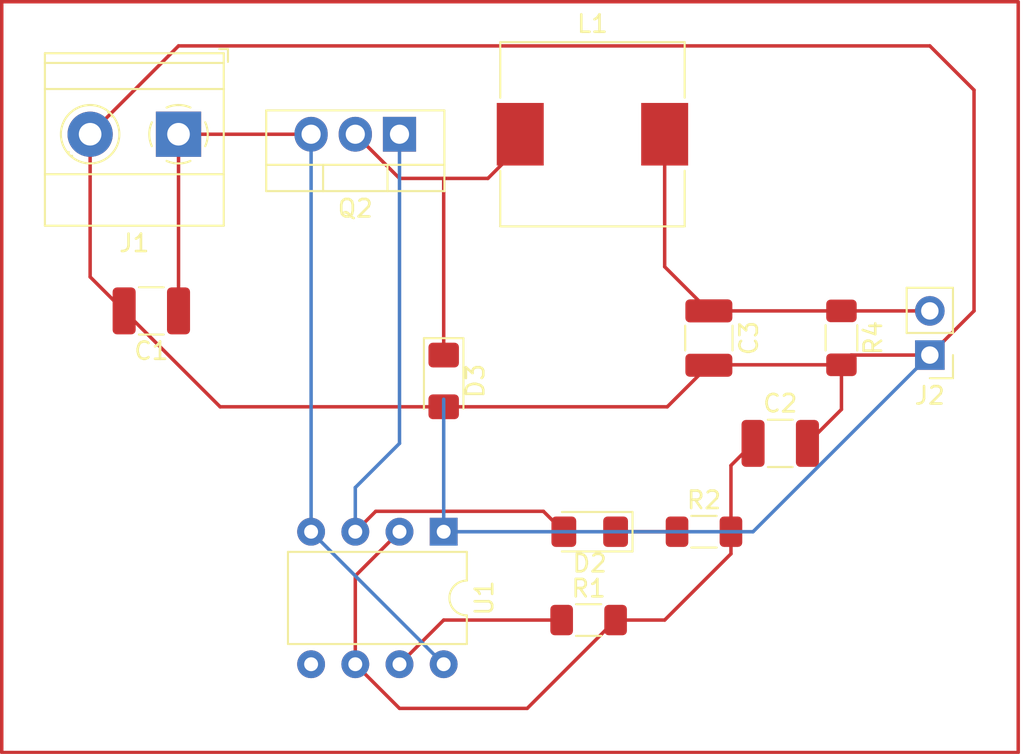
<source format=kicad_pcb>
(kicad_pcb (version 20240108) (generator "pcbnew") (generator_version "8.0")
  (layers (0 "F.Cu" signal) (31 "B.Cu" signal) (34 "B.Paste" user) (35 "F.Paste" user) (36 "B.SilkS" user "B.Silkscreen") (37 "F.SilkS" user "F.Silkscreen") (38 "B.Mask" user) (39 "F.Mask" user) (44 "Edge.Cuts" user))
  (net 0 "")
  (net 1 "Vin")
  (net 2 "GND")
  (net 3 "Net-(U1-THR)")
  (net 4 "Vo")
  (net 5 "47k Hz CLK SRC")
  (net 6 "Net-(D2-K)")
  (net 7 "Net-(D3-K)")
  (net 8 "Net-(U1-DIS)")
  (footprint "Capacitor_SMD:C_1210_3225Metric_Pad1.33x2.70mm_HandSolder" (layer "F.Cu") (at 88.9 59.9825 -90)
    (property "Reference" "C3" (at 0 -2.3 90) (layer "F.SilkS"))
    (property "Value" "150uF")
    (fp_line (start -0.711252 1.36) (end 0.711252 1.36) (stroke (width 0.12)) (layer "F.SilkS"))
    (fp_line (start -0.711252 -1.36) (end 0.711252 -1.36) (stroke (width 0.12)) (layer "F.SilkS"))
    (pad "1" smd roundrect (at -1.5625 0 270) (size 1.325 2.7) (layers "F.Cu" "F.Paste" "F.Mask") (roundrect_rratio 0.188679) (net 4 "Vo"))
    (pad "2" smd roundrect (at 1.5625 0 270) (size 1.325 2.7) (layers "F.Cu" "F.Paste" "F.Mask") (roundrect_rratio 0.188679) (net 2 "GND"))
  )
  (footprint "Capacitor_SMD:C_1210_3225Metric_Pad1.33x2.70mm_HandSolder" (layer "F.Cu") (at 56.8575 58.42 180)
    (property "Reference" "C1" (at 0 -2.3 360) (layer "F.SilkS"))
    (property "Value" "22uF")
    (fp_line (start -0.711252 1.36) (end 0.711252 1.36) (stroke (width 0.12)) (layer "F.SilkS"))
    (fp_line (start -0.711252 -1.36) (end 0.711252 -1.36) (stroke (width 0.12)) (layer "F.SilkS"))
    (pad "1" smd roundrect (at -1.5625 0 180) (size 1.325 2.7) (layers "F.Cu" "F.Paste" "F.Mask") (roundrect_rratio 0.188679) (net 1 "Vin"))
    (pad "2" smd roundrect (at 1.5625 0 180) (size 1.325 2.7) (layers "F.Cu" "F.Paste" "F.Mask") (roundrect_rratio 0.188679) (net 2 "GND"))
  )
  (footprint "Resistor_SMD:R_1206_3216Metric_Pad1.30x1.75mm_HandSolder" (layer "F.Cu") (at 96.52 59.97 -90)
    (property "Reference" "R4" (at 0 -1.82 90) (layer "F.SilkS"))
    (property "Value" "Rl")
    (fp_line (start -0.727064 0.91) (end 0.727064 0.91) (stroke (width 0.12)) (layer "F.SilkS"))
    (fp_line (start -0.727064 -0.91) (end 0.727064 -0.91) (stroke (width 0.12)) (layer "F.SilkS"))
    (pad "1" smd roundrect (at -1.55 0 270) (size 1.3 1.75) (layers "F.Cu" "F.Paste" "F.Mask") (roundrect_rratio 0.192308) (net 4 "Vo"))
    (pad "2" smd roundrect (at 1.55 0 270) (size 1.3 1.75) (layers "F.Cu" "F.Paste" "F.Mask") (roundrect_rratio 0.192308) (net 2 "GND"))
  )
  (footprint "Package_DIP:DIP-8_W7.62mm" (layer "F.Cu") (at 73.66 71.12 -90)
    (property "Reference" "U1" (at 3.81 -2.33 90) (layer "F.SilkS"))
    (property "Value" "NE555P")
    (fp_line (start 1.16 8.95) (end 6.46 8.95) (stroke (width 0.12)) (layer "F.SilkS"))
    (fp_line (start 6.46 8.95) (end 6.46 -1.33) (stroke (width 0.12)) (layer "F.SilkS"))
    (fp_line (start 1.16 -1.33) (end 1.16 8.95) (stroke (width 0.12)) (layer "F.SilkS"))
    (fp_line (start 2.81 -1.33) (end 1.16 -1.33) (stroke (width 0.12)) (layer "F.SilkS"))
    (fp_line (start 6.46 -1.33) (end 4.81 -1.33) (stroke (width 0.12)) (layer "F.SilkS"))
    (fp_arc (start 4.81 -1.33) (mid 3.81 -0.33) (end 2.81 -1.33) (stroke (width 0.12)) (layer "F.SilkS"))
    (pad "1" thru_hole rect (at 0 0 270) (size 1.6 1.6) (drill 0.8) (layers "*.Cu" "*.Mask") (net 2 "GND"))
    (pad "2" thru_hole oval (at 0 2.54 270) (size 1.6 1.6) (drill 0.8) (layers "*.Cu" "*.Mask") (net 3 "Net-(U1-THR)"))
    (pad "3" thru_hole oval (at 0 5.08 270) (size 1.6 1.6) (drill 0.8) (layers "*.Cu" "*.Mask") (net 5 "47k Hz CLK SRC"))
    (pad "4" thru_hole oval (at 0 7.62 270) (size 1.6 1.6) (drill 0.8) (layers "*.Cu" "*.Mask") (net 1 "Vin"))
    (pad "5" thru_hole oval (at 7.62 7.62 270) (size 1.6 1.6) (drill 0.8) (layers "*.Cu" "*.Mask"))
    (pad "6" thru_hole oval (at 7.62 5.08 270) (size 1.6 1.6) (drill 0.8) (layers "*.Cu" "*.Mask") (net 3 "Net-(U1-THR)"))
    (pad "7" thru_hole oval (at 7.62 2.54 270) (size 1.6 1.6) (drill 0.8) (layers "*.Cu" "*.Mask") (net 8 "Net-(U1-DIS)"))
    (pad "8" thru_hole oval (at 7.62 0 270) (size 1.6 1.6) (drill 0.8) (layers "*.Cu" "*.Mask") (net 1 "Vin"))
  )
  (footprint "Package_TO_SOT_THT:TO-220-3_Vertical" (layer "F.Cu") (at 71.12 48.26 180)
    (property "Reference" "Q2" (at 2.54 -4.27 360) (layer "F.SilkS"))
    (property "Value" "IRFZ44N")
    (fp_line (start 7.66 -3.27) (end 7.66 1.371) (stroke (width 0.12)) (layer "F.SilkS"))
    (fp_line (start 4.391 -3.27) (end 4.391 -1.76) (stroke (width 0.12)) (layer "F.SilkS"))
    (fp_line (start 0.69 -3.27) (end 0.69 -1.76) (stroke (width 0.12)) (layer "F.SilkS"))
    (fp_line (start -2.58 1.371) (end 7.66 1.371) (stroke (width 0.12)) (layer "F.SilkS"))
    (fp_line (start -2.58 -1.76) (end 7.66 -1.76) (stroke (width 0.12)) (layer "F.SilkS"))
    (fp_line (start -2.58 -3.27) (end 7.66 -3.27) (stroke (width 0.12)) (layer "F.SilkS"))
    (fp_line (start -2.58 -3.27) (end -2.58 1.371) (stroke (width 0.12)) (layer "F.SilkS"))
    (pad "1" thru_hole rect (at 0 0 180) (size 1.905 2) (drill 1.1) (layers "*.Cu" "*.Mask") (net 5 "47k Hz CLK SRC"))
    (pad "2" thru_hole oval (at 2.54 0 180) (size 1.905 2) (drill 1.1) (layers "*.Cu" "*.Mask") (net 7 "Net-(D3-K)"))
    (pad "3" thru_hole oval (at 5.08 0 180) (size 1.905 2) (drill 1.1) (layers "*.Cu" "*.Mask") (net 1 "Vin"))
  )
  (footprint "Inductor_SMD:L_10.4x10.4_H4.8" (layer "F.Cu") (at 82.21 48.26)
    (property "Reference" "L1" (at 0 -6.35 0) (layer "F.SilkS"))
    (property "Value" "100uH")
    (fp_line (start -5.3 -5.3) (end 5.3 -5.3) (stroke (width 0.12)) (layer "F.SilkS"))
    (fp_line (start -5.3 -2.1) (end -5.3 -5.3) (stroke (width 0.12)) (layer "F.SilkS"))
    (fp_line (start -5.3 5.3) (end -5.3 2.1) (stroke (width 0.12)) (layer "F.SilkS"))
    (fp_line (start 5.3 -5.3) (end 5.3 -2.1) (stroke (width 0.12)) (layer "F.SilkS"))
    (fp_line (start 5.3 2.1) (end 5.3 5.3) (stroke (width 0.12)) (layer "F.SilkS"))
    (fp_line (start 5.3 5.3) (end -5.3 5.3) (stroke (width 0.12)) (layer "F.SilkS"))
    (pad "1" smd rect (at -4.15 0) (size 2.7 3.6) (layers "F.Cu" "F.Paste" "F.Mask") (net 7 "Net-(D3-K)"))
    (pad "2" smd rect (at 4.15 0) (size 2.7 3.6) (layers "F.Cu" "F.Paste" "F.Mask") (net 4 "Vo"))
  )
  (footprint "Resistor_SMD:R_1206_3216Metric_Pad1.30x1.75mm_HandSolder" (layer "F.Cu") (at 81.99 76.2)
    (property "Reference" "R1" (at 0 -1.82 360) (layer "F.SilkS"))
    (property "Value" "27k")
    (fp_line (start -0.727064 -0.91) (end 0.727064 -0.91) (stroke (width 0.12)) (layer "F.SilkS"))
    (fp_line (start -0.727064 0.91) (end 0.727064 0.91) (stroke (width 0.12)) (layer "F.SilkS"))
    (pad "1" smd roundrect (at -1.55 0) (size 1.3 1.75) (layers "F.Cu" "F.Paste" "F.Mask") (roundrect_rratio 0.192308) (net 8 "Net-(U1-DIS)"))
    (pad "2" smd roundrect (at 1.55 0) (size 1.3 1.75) (layers "F.Cu" "F.Paste" "F.Mask") (roundrect_rratio 0.192308) (net 3 "Net-(U1-THR)"))
  )
  (footprint "Diode_SMD:D_1206_3216Metric_Pad1.42x1.75mm_HandSolder" (layer "F.Cu") (at 82.0525 71.12 180)
    (property "Reference" "D2" (at 0 -1.82 360) (layer "F.SilkS"))
    (property "Value" "1N4148")
    (fp_line (start 1.6 -1.135) (end -2.46 -1.135) (stroke (width 0.12)) (layer "F.SilkS"))
    (fp_line (start -2.46 1.135) (end 1.6 1.135) (stroke (width 0.12)) (layer "F.SilkS"))
    (fp_line (start -2.46 -1.135) (end -2.46 1.135) (stroke (width 0.12)) (layer "F.SilkS"))
    (pad "1" smd roundrect (at -1.4875 0 180) (size 1.425 1.75) (layers "F.Cu" "F.Paste" "F.Mask") (roundrect_rratio 0.175439) (net 6 "Net-(D2-K)"))
    (pad "2" smd roundrect (at 1.4875 0 180) (size 1.425 1.75) (layers "F.Cu" "F.Paste" "F.Mask") (roundrect_rratio 0.175439) (net 5 "47k Hz CLK SRC"))
  )
  (footprint "Resistor_SMD:R_1206_3216Metric_Pad1.30x1.75mm_HandSolder" (layer "F.Cu") (at 88.62 71.12)
    (property "Reference" "R2" (at 0 -1.82 360) (layer "F.SilkS"))
    (property "Value" "3.3k")
    (fp_line (start -0.727064 -0.91) (end 0.727064 -0.91) (stroke (width 0.12)) (layer "F.SilkS"))
    (fp_line (start -0.727064 0.91) (end 0.727064 0.91) (stroke (width 0.12)) (layer "F.SilkS"))
    (pad "1" smd roundrect (at -1.55 0) (size 1.3 1.75) (layers "F.Cu" "F.Paste" "F.Mask") (roundrect_rratio 0.192308) (net 6 "Net-(D2-K)"))
    (pad "2" smd roundrect (at 1.55 0) (size 1.3 1.75) (layers "F.Cu" "F.Paste" "F.Mask") (roundrect_rratio 0.192308) (net 3 "Net-(U1-THR)"))
  )
  (footprint "Capacitor_SMD:C_1210_3225Metric_Pad1.33x2.70mm_HandSolder" (layer "F.Cu") (at 93.0025 66.04)
    (property "Reference" "C2" (at 0 -2.3 360) (layer "F.SilkS"))
    (property "Value" "1nF")
    (fp_line (start -0.711252 -1.36) (end 0.711252 -1.36) (stroke (width 0.12)) (layer "F.SilkS"))
    (fp_line (start -0.711252 1.36) (end 0.711252 1.36) (stroke (width 0.12)) (layer "F.SilkS"))
    (pad "1" smd roundrect (at -1.5625 0) (size 1.325 2.7) (layers "F.Cu" "F.Paste" "F.Mask") (roundrect_rratio 0.188679) (net 3 "Net-(U1-THR)"))
    (pad "2" smd roundrect (at 1.5625 0) (size 1.325 2.7) (layers "F.Cu" "F.Paste" "F.Mask") (roundrect_rratio 0.188679) (net 2 "GND"))
  )
  (footprint "TerminalBlock_Phoenix:TerminalBlock_Phoenix_MKDS-1,5-2-5.08_1x02_P5.08mm_Horizontal" (layer "F.Cu") (at 58.42 48.26 180)
    (property "Reference" "J1" (at 2.54 -6.26 360) (layer "F.SilkS"))
    (property "Value" "Input Source")
    (fp_line (start 7.68 -5.261) (end 7.68 4.66) (stroke (width 0.12)) (layer "F.SilkS"))
    (fp_line (start 6.355 -1.069) (end 6.308 -1.023) (stroke (width 0.12)) (layer "F.SilkS"))
    (fp_line (start 6.15 -1.275) (end 6.115 -1.239) (stroke (width 0.12)) (layer "F.SilkS"))
    (fp_line (start 4.046 1.239) (end 4.011 1.274) (stroke (width 0.12)) (layer "F.SilkS"))
    (fp_line (start 3.853 1.023) (end 3.806 1.069) (stroke (width 0.12)) (layer "F.SilkS"))
    (fp_line (start -2.6 4.66) (end 7.68 4.66) (stroke (width 0.12)) (layer "F.SilkS"))
    (fp_line (start -2.6 4.1) (end 7.68 4.1) (stroke (width 0.12)) (layer "F.SilkS"))
    (fp_line (start -2.6 2.6) (end 7.68 2.6) (stroke (width 0.12)) (layer "F.SilkS"))
    (fp_line (start -2.6 -2.301) (end 7.68 -2.301) (stroke (width 0.12)) (layer "F.SilkS"))
    (fp_line (start -2.6 -5.261) (end 7.68 -5.261) (stroke (width 0.12)) (layer "F.SilkS"))
    (fp_line (start -2.6 -5.261) (end -2.6 4.66) (stroke (width 0.12)) (layer "F.SilkS"))
    (fp_line (start -2.84 4.9) (end -2.34 4.9) (stroke (width 0.12)) (layer "F.SilkS"))
    (fp_line (start -2.84 4.16) (end -2.84 4.9) (stroke (width 0.12)) (layer "F.SilkS"))
    (fp_arc (start 1.535427 -0.683042) (mid 1.680501 0.000524) (end 1.535 0.684) (stroke (width 0.12)) (layer "F.SilkS"))
    (fp_arc (start 0.683318 1.534756) (mid 0.349292 1.643288) (end 0 1.68) (stroke (width 0.12)) (layer "F.SilkS"))
    (fp_arc (start 0.028805 1.680253) (mid -0.335551 1.646659) (end -0.684 1.535) (stroke (width 0.12)) (layer "F.SilkS"))
    (fp_arc (start -0.683042 -1.535427) (mid 0.000524 -1.680501) (end 0.684 -1.535) (stroke (width 0.12)) (layer "F.SilkS"))
    (fp_arc (start -1.535427 0.683042) (mid -1.680501 -0.000524) (end -1.535 -0.684) (stroke (width 0.12)) (layer "F.SilkS"))
    (fp_circle (center 5.08 0) (end 6.76 0) (stroke (width 0.12)) (fill none) (layer "F.SilkS"))
    (pad "1" thru_hole rect (at 0 0 180) (size 2.6 2.6) (drill 1.3) (layers "*.Cu" "*.Mask") (net 1 "Vin"))
    (pad "2" thru_hole circle (at 5.08 0 180) (size 2.6 2.6) (drill 1.3) (layers "*.Cu" "*.Mask") (net 2 "GND"))
  )
  (footprint "Connector_PinHeader_2.54mm:PinHeader_1x02_P2.54mm_Vertical" (layer "F.Cu") (at 101.6 60.96 180)
    (property "Reference" "J2" (at 0 -2.33 360) (layer "F.SilkS"))
    (property "Value" "Output source")
    (fp_line (start 1.33 1.27) (end 1.33 3.87) (stroke (width 0.12)) (layer "F.SilkS"))
    (fp_line (start -1.33 3.87) (end 1.33 3.87) (stroke (width 0.12)) (layer "F.SilkS"))
    (fp_line (start -1.33 1.27) (end 1.33 1.27) (stroke (width 0.12)) (layer "F.SilkS"))
    (fp_line (start -1.33 1.27) (end -1.33 3.87) (stroke (width 0.12)) (layer "F.SilkS"))
    (fp_line (start -1.33 0) (end -1.33 -1.33) (stroke (width 0.12)) (layer "F.SilkS"))
    (fp_line (start -1.33 -1.33) (end 0 -1.33) (stroke (width 0.12)) (layer "F.SilkS"))
    (pad "1" thru_hole rect (at 0 0 180) (size 1.7 1.7) (drill 1) (layers "*.Cu" "*.Mask") (net 2 "GND"))
    (pad "2" thru_hole oval (at 0 2.54 180) (size 1.7 1.7) (drill 1) (layers "*.Cu" "*.Mask") (net 4 "Vo"))
  )
  (footprint "Diode_SMD:D_1206_3216Metric_Pad1.42x1.75mm_HandSolder" (layer "F.Cu") (at 73.66 62.4475 -90)
    (property "Reference" "D3" (at 0 -1.82 90) (layer "F.SilkS"))
    (property "Value" "RBR5LAM60A")
    (fp_line (start -2.46 1.135) (end 1.6 1.135) (stroke (width 0.12)) (layer "F.SilkS"))
    (fp_line (start -2.46 -1.135) (end -2.46 1.135) (stroke (width 0.12)) (layer "F.SilkS"))
    (fp_line (start 1.6 -1.135) (end -2.46 -1.135) (stroke (width 0.12)) (layer "F.SilkS"))
    (pad "1" smd roundrect (at -1.4875 0 270) (size 1.425 1.75) (layers "F.Cu" "F.Paste" "F.Mask") (roundrect_rratio 0.175439) (net 7 "Net-(D3-K)"))
    (pad "2" smd roundrect (at 1.4875 0 270) (size 1.425 1.75) (layers "F.Cu" "F.Paste" "F.Mask") (roundrect_rratio 0.175439) (net 2 "GND"))
  )
  (gr_rect (start 48.26 40.64) (end 106.68 83.82) (stroke (width 0.2)) (fill none) (layer "F.Cu") (net 2))
  (segment (start 58.42 48.26) (end 58.42 58.42) (width 0.2) (layer "F.Cu") (net 1))
  (segment (start 58.42 48.26) (end 66.04 48.26) (width 0.2) (layer "F.Cu") (net 1))
  (segment (start 73.66 78.74) (end 66.04 71.12) (width 0.2) (layer "B.Cu") (net 1))
  (segment (start 66.04 48.26) (end 66.04 71.12) (width 0.2) (layer "B.Cu") (net 1))
  (segment (start 96.52 61.52) (end 88.925 61.52) (width 0.2) (layer "F.Cu") (net 2))
  (segment (start 53.34 56.465) (end 55.295 58.42) (width 0.2) (layer "F.Cu") (net 2))
  (segment (start 58.42 43.18) (end 101.6 43.18) (width 0.2) (layer "F.Cu") (net 2))
  (segment (start 55.295 58.42) (end 60.81 63.935) (width 0.2) (layer "F.Cu") (net 2))
  (segment (start 104.14 45.72) (end 104.14 58.42) (width 0.2) (layer "F.Cu") (net 2))
  (segment (start 96.52 64.085) (end 96.52 61.52) (width 0.2) (layer "F.Cu") (net 2))
  (segment (start 97.08 60.96) (end 96.52 61.52) (width 0.2) (layer "F.Cu") (net 2))
  (segment (start 86.51 63.935) (end 88.9 61.545) (width 0.2) (layer "F.Cu") (net 2))
  (segment (start 53.34 48.26) (end 58.42 43.18) (width 0.2) (layer "F.Cu") (net 2))
  (segment (start 73.66 63.935) (end 86.51 63.935) (width 0.2) (layer "F.Cu") (net 2))
  (segment (start 60.81 63.935) (end 73.66 63.935) (width 0.2) (layer "F.Cu") (net 2))
  (segment (start 53.34 48.26) (end 53.34 56.465) (width 0.2) (layer "F.Cu") (net 2))
  (segment (start 104.14 58.42) (end 101.6 60.96) (width 0.2) (layer "F.Cu") (net 2))
  (segment (start 94.565 66.04) (end 96.52 64.085) (width 0.2) (layer "F.Cu") (net 2))
  (segment (start 101.6 43.18) (end 104.14 45.72) (width 0.2) (layer "F.Cu") (net 2))
  (segment (start 101.6 60.96) (end 97.08 60.96) (width 0.2) (layer "F.Cu") (net 2))
  (segment (start 88.925 61.52) (end 88.9 61.545) (width 0.2) (layer "F.Cu") (net 2))
  (segment (start 73.66 71.12) (end 73.66 63.5) (width 0.2) (layer "B.Cu") (net 2))
  (segment (start 91.44 71.12) (end 101.6 60.96) (width 0.2) (layer "B.Cu") (net 2))
  (segment (start 73.66 71.12) (end 91.44 71.12) (width 0.2) (layer "B.Cu") (net 2))
  (segment (start 78.46 81.28) (end 71.12 81.28) (width 0.2) (layer "F.Cu") (net 3))
  (segment (start 71.12 81.28) (end 68.58 78.74) (width 0.2) (layer "F.Cu") (net 3))
  (segment (start 68.58 78.74) (end 68.58 73.66) (width 0.2) (layer "F.Cu") (net 3))
  (segment (start 83.54 76.2) (end 86.36 76.2) (width 0.2) (layer "F.Cu") (net 3))
  (segment (start 90.17 67.31) (end 91.44 66.04) (width 0.2) (layer "F.Cu") (net 3))
  (segment (start 68.58 73.66) (end 71.12 71.12) (width 0.2) (layer "F.Cu") (net 3))
  (segment (start 83.54 76.2) (end 78.46 81.28) (width 0.2) (layer "F.Cu") (net 3))
  (segment (start 90.17 71.12) (end 90.17 67.31) (width 0.2) (layer "F.Cu") (net 3))
  (segment (start 83.54 76.2) (end 83.54 76.48) (width 0.2) (layer "F.Cu") (net 3))
  (segment (start 90.17 72.39) (end 90.17 71.12) (width 0.2) (layer "F.Cu") (net 3))
  (segment (start 86.36 76.2) (end 90.17 72.39) (width 0.2) (layer "F.Cu") (net 3))
  (segment (start 83.54 76.2) (end 83.54 75.92) (width 0.2) (layer "F.Cu") (net 3))
  (segment (start 88.9 58.42) (end 96.52 58.42) (width 0.2) (layer "F.Cu") (net 4))
  (segment (start 86.36 55.88) (end 88.9 58.42) (width 0.2) (layer "F.Cu") (net 4))
  (segment (start 86.36 48.26) (end 86.36 55.88) (width 0.2) (layer "F.Cu") (net 4))
  (segment (start 96.52 58.42) (end 101.6 58.42) (width 0.2) (layer "F.Cu") (net 4))
  (segment (start 69.755 69.945) (end 68.58 71.12) (width 0.2) (layer "F.Cu") (net 5))
  (segment (start 80.565 71.12) (end 79.39 69.945) (width 0.2) (layer "F.Cu") (net 5))
  (segment (start 79.39 69.945) (end 69.755 69.945) (width 0.2) (layer "F.Cu") (net 5))
  (segment (start 68.58 68.58) (end 71.12 66.04) (width 0.2) (layer "B.Cu") (net 5))
  (segment (start 68.58 71.12) (end 68.58 68.58) (width 0.2) (layer "B.Cu") (net 5))
  (segment (start 71.12 66.04) (end 71.12 48.26) (width 0.2) (layer "B.Cu") (net 5))
  (segment (start 70.84 48.54) (end 71.12 48.26) (width 0.2) (layer "B.Cu") (net 5))
  (segment (start 83.54 71.12) (end 87.07 71.12) (width 0.2) (layer "F.Cu") (net 6))
  (segment (start 71.12 50.8) (end 68.58 48.26) (width 0.2) (layer "F.Cu") (net 7))
  (segment (start 78.06 48.94) (end 76.2 50.8) (width 0.2) (layer "F.Cu") (net 7))
  (segment (start 73.66 60.96) (end 73.66 50.8) (width 0.2) (layer "F.Cu") (net 7))
  (segment (start 78.06 48.26) (end 78.06 48.94) (width 0.2) (layer "F.Cu") (net 7))
  (segment (start 76.2 50.8) (end 73.66 50.8) (width 0.2) (layer "F.Cu") (net 7))
  (segment (start 73.66 50.8) (end 71.12 50.8) (width 0.2) (layer "F.Cu") (net 7))
  (segment (start 80.44 76.2) (end 73.66 76.2) (width 0.2) (layer "F.Cu") (net 8))
  (segment (start 73.66 76.2) (end 71.12 78.74) (width 0.2) (layer "F.Cu") (net 8))
)
</source>
